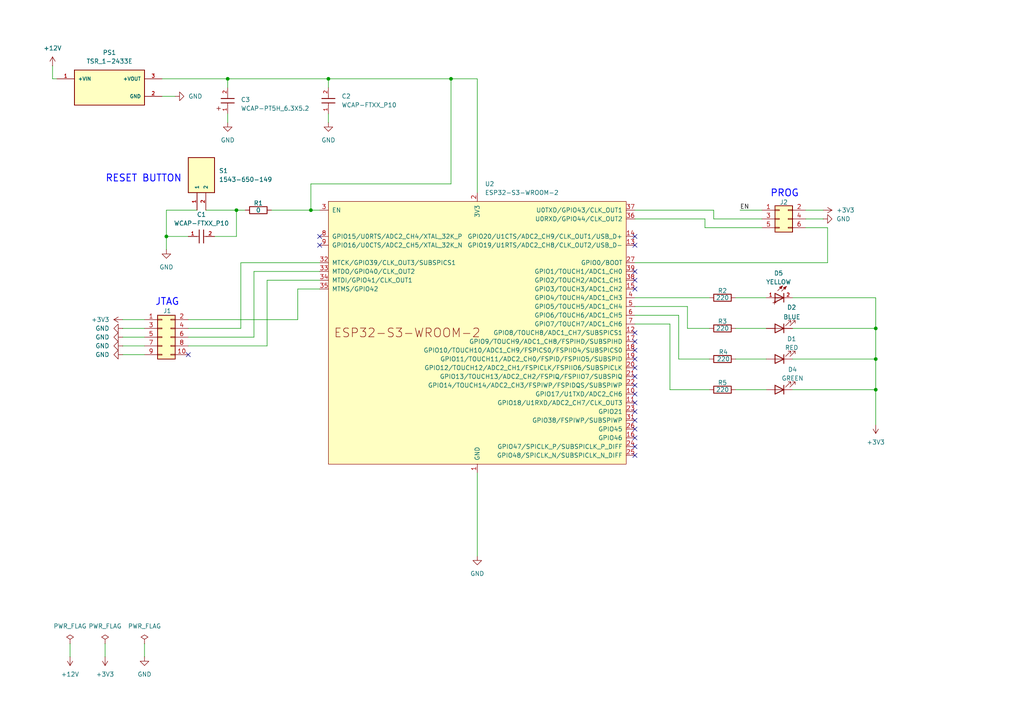
<source format=kicad_sch>
(kicad_sch (version 20231120) (generator "eeschema") (generator_version "8.0")
  (paper "A4")
  (lib_symbols
    (symbol "1543-650-149:1543-650-149" (pin_names (offset 1.016))
      (property "Reference" "S" (at 16.51 7.62 0))
      (property "Value" "1543-650-149" (at 16.51 5.08 0))
      (symbol "1543-650-149_0_0"
        (rectangle (start 5.08 -5.08) (end 15.24 2.54) (stroke (width 0.254)) (fill (type background)))
        (pin bidirectional line (at 0 0 0) (length 5.08) (name "1") (number "1"))
        (pin bidirectional line (at 0 -2.54 0) (length 5.08) (name "2") (number "2"))
      )
    )
    (symbol "Connector_Generic:Conn_02x03_Odd_Even" (pin_names (offset 1.016) hide)
      (property "Reference" "J" (at 1.27 5.08 0))
      (property "Value" "Conn_02x03_Odd_Even" (at 1.27 -5.08 0))
      (symbol "Conn_02x03_Odd_Even_1_1"
        (rectangle (start -1.27 -2.413) (end 0 -2.667) (stroke (width 0.1524)))
        (rectangle (start -1.27 0.127) (end 0 -0.127) (stroke (width 0.1524)))
        (rectangle (start -1.27 2.667) (end 0 2.413) (stroke (width 0.1524)))
        (rectangle (start -1.27 3.81) (end 3.81 -3.81) (stroke (width 0.254)) (fill (type background)))
        (rectangle (start 3.81 -2.413) (end 2.54 -2.667) (stroke (width 0.1524)))
        (rectangle (start 3.81 0.127) (end 2.54 -0.127) (stroke (width 0.1524)))
        (rectangle (start 3.81 2.667) (end 2.54 2.413) (stroke (width 0.1524)))
        (pin passive line (at -5.08 2.54 0) (length 3.81) (name "Pin_1") (number "1"))
        (pin passive line (at 7.62 2.54 180) (length 3.81) (name "Pin_2") (number "2"))
        (pin passive line (at -5.08 0 0) (length 3.81) (name "Pin_3") (number "3"))
        (pin passive line (at 7.62 0 180) (length 3.81) (name "Pin_4") (number "4"))
        (pin passive line (at -5.08 -2.54 0) (length 3.81) (name "Pin_5") (number "5"))
        (pin passive line (at 7.62 -2.54 180) (length 3.81) (name "Pin_6") (number "6"))
      )
    )
    (symbol "Connector_Generic:Conn_02x05_Odd_Even" (pin_names (offset 1.016) hide)
      (property "Reference" "J" (at 1.27 7.62 0))
      (property "Value" "Conn_02x05_Odd_Even" (at 1.27 -7.62 0))
      (symbol "Conn_02x05_Odd_Even_1_1"
        (rectangle (start -1.27 -4.953) (end 0 -5.207) (stroke (width 0.1524)))
        (rectangle (start -1.27 -2.413) (end 0 -2.667) (stroke (width 0.1524)))
        (rectangle (start -1.27 0.127) (end 0 -0.127) (stroke (width 0.1524)))
        (rectangle (start -1.27 2.667) (end 0 2.413) (stroke (width 0.1524)))
        (rectangle (start -1.27 5.207) (end 0 4.953) (stroke (width 0.1524)))
        (rectangle (start -1.27 6.35) (end 3.81 -6.35) (stroke (width 0.254)) (fill (type background)))
        (rectangle (start 3.81 -4.953) (end 2.54 -5.207) (stroke (width 0.1524)))
        (rectangle (start 3.81 -2.413) (end 2.54 -2.667) (stroke (width 0.1524)))
        (rectangle (start 3.81 0.127) (end 2.54 -0.127) (stroke (width 0.1524)))
        (rectangle (start 3.81 2.667) (end 2.54 2.413) (stroke (width 0.1524)))
        (rectangle (start 3.81 5.207) (end 2.54 4.953) (stroke (width 0.1524)))
        (pin passive line (at -5.08 5.08 0) (length 3.81) (name "Pin_1") (number "1"))
        (pin passive line (at 7.62 -5.08 180) (length 3.81) (name "Pin_10") (number "10"))
        (pin passive line (at 7.62 5.08 180) (length 3.81) (name "Pin_2") (number "2"))
        (pin passive line (at -5.08 2.54 0) (length 3.81) (name "Pin_3") (number "3"))
        (pin passive line (at 7.62 2.54 180) (length 3.81) (name "Pin_4") (number "4"))
        (pin passive line (at -5.08 0 0) (length 3.81) (name "Pin_5") (number "5"))
        (pin passive line (at 7.62 0 180) (length 3.81) (name "Pin_6") (number "6"))
        (pin passive line (at -5.08 -2.54 0) (length 3.81) (name "Pin_7") (number "7"))
        (pin passive line (at 7.62 -2.54 180) (length 3.81) (name "Pin_8") (number "8"))
        (pin passive line (at -5.08 -5.08 0) (length 3.81) (name "Pin_9") (number "9"))
      )
    )
    (symbol "Device:LED" (pin_numbers hide) (pin_names (offset 1.016) hide)
      (property "Reference" "D" (at 0 2.54 0))
      (property "Value" "LED" (at 0 -2.54 0))
      (symbol "LED_0_1"
        (polyline (pts (xy -1.27 -1.27) (xy -1.27 1.27)) (stroke (width 0.254)))
        (polyline (pts (xy -1.27 0) (xy 1.27 0)))
        (polyline (pts (xy 1.27 -1.27) (xy 1.27 1.27) (xy -1.27 0) (xy 1.27 -1.27)) (stroke (width 0.254)))
        (polyline (pts (xy -3.048 -0.762) (xy -4.572 -2.286) (xy -3.81 -2.286) (xy -4.572 -2.286) (xy -4.572 -1.524)))
        (polyline (pts (xy -1.778 -0.762) (xy -3.302 -2.286) (xy -2.54 -2.286) (xy -3.302 -2.286) (xy -3.302 -1.524)))
      )
      (symbol "LED_1_1"
        (pin passive line (at -3.81 0 0) (length 2.54) (name "K") (number "1"))
        (pin passive line (at 3.81 0 180) (length 2.54) (name "A") (number "2"))
      )
    )
    (symbol "Device:R" (pin_numbers hide) (pin_names (offset 0))
      (property "Reference" "R" (at 2.032 0 90))
      (property "Value" "R" (at 0 0 90))
      (symbol "R_0_1"
        (rectangle (start -1.016 -2.54) (end 1.016 2.54) (stroke (width 0.254)))
      )
      (symbol "R_1_1"
        (pin passive line (at 0 3.81 270) (length 1.27) (name "~") (number "1"))
        (pin passive line (at 0 -3.81 90) (length 1.27) (name "~") (number "2"))
      )
    )
    (symbol "PCM_Espressif:ESP32-S3-WROOM-2" (pin_names (offset 1.016))
      (property "Reference" "U2" (at 2.1941 43.18 0))
      (property "Value" "ESP32-S3-WROOM-2" (at 2.1941 40.64 0))
      (symbol "ESP32-S3-WROOM-2_0_0"
        (text "ESP32-S3-WROOM-2" (at -20.32 0 0) (effects (font (size 2.54 2.54))))
        (pin power_in line (at 0 -40.64 90) (length 2.54) (name "GND") (number "1"))
        (pin bidirectional line (at 45.72 -17.78 180) (length 2.54) (name "GPIO17/U1TXD/ADC2_CH6") (number "10"))
        (pin bidirectional line (at 45.72 -20.32 180) (length 2.54) (name "GPIO18/U1RXD/ADC2_CH7/CLK_OUT3") (number "11"))
        (pin bidirectional line (at 45.72 0 180) (length 2.54) (name "GPIO8/TOUCH8/ADC1_CH7/SUBSPICS1") (number "12"))
        (pin bidirectional line (at 45.72 25.4 180) (length 2.54) (name "GPIO19/U1RTS/ADC2_CH8/CLK_OUT2/USB_D-") (number "13"))
        (pin bidirectional line (at 45.72 27.94 180) (length 2.54) (name "GPIO20/U1CTS/ADC2_CH9/CLK_OUT1/USB_D+") (number "14"))
        (pin bidirectional line (at 45.72 12.7 180) (length 2.54) (name "GPIO3/TOUCH3/ADC1_CH2") (number "15"))
        (pin bidirectional line (at 45.72 -30.48 180) (length 2.54) (name "GPIO46") (number "16"))
        (pin bidirectional line (at 45.72 -2.54 180) (length 2.54) (name "GPIO9/TOUCH9/ADC1_CH8/FSPIHD/SUBSPIHD") (number "17"))
        (pin bidirectional line (at 45.72 -5.08 180) (length 2.54) (name "GPIO10/TOUCH10/ADC1_CH9/FSPICS0/FSPIIO4/SUBSPICS0") (number "18"))
        (pin bidirectional line (at 45.72 -7.62 180) (length 2.54) (name "GPIO11/TOUCH11/ADC2_CH0/FSPID/FSPIIO5/SUBSPID") (number "19"))
        (pin power_in line (at 0 40.64 270) (length 2.54) (name "3V3") (number "2"))
        (pin bidirectional line (at 45.72 -10.16 180) (length 2.54) (name "GPIO12/TOUCH12/ADC2_CH1/FSPICLK/FSPIIO6/SUBSPICLK") (number "20"))
        (pin bidirectional line (at 45.72 -12.7 180) (length 2.54) (name "GPIO13/TOUCH13/ADC2_CH2/FSPIQ/FSPIIO7/SUBSPIQ") (number "21"))
        (pin bidirectional line (at 45.72 -15.24 180) (length 2.54) (name "GPIO14/TOUCH14/ADC2_CH3/FSPIWP/FSPIDQS/SUBSPIWP") (number "22"))
        (pin bidirectional line (at 45.72 -22.86 180) (length 2.54) (name "GPIO21") (number "23"))
        (pin bidirectional line (at 45.72 -33.02 180) (length 2.54) (name "GPIO47/SPICLK_P/SUBSPICLK_P_DIFF") (number "24"))
        (pin bidirectional line (at 45.72 -35.56 180) (length 2.54) (name "GPIO48/SPICLK_N/SUBSPICLK_N_DIFF") (number "25"))
        (pin bidirectional line (at 45.72 -27.94 180) (length 2.54) (name "GPIO45") (number "26"))
        (pin bidirectional line (at 45.72 20.32 180) (length 2.54) (name "GPIO0/BOOT") (number "27"))
        (pin no_connect line (at -43.18 -35.56 0) (length 2.54) hide (name "NC") (number "28"))
        (pin no_connect line (at -43.18 -33.02 0) (length 2.54) hide (name "NC") (number "29"))
        (pin no_connect line (at -43.18 -30.48 0) (length 2.54) hide (name "NC") (number "30"))
        (pin bidirectional line (at 45.72 -25.4 180) (length 2.54) (name "GPIO38/FSPIWP/SUBSPIWP") (number "31"))
        (pin bidirectional line (at -45.72 20.32 0) (length 2.54) (name "MTCK/GPIO39/CLK_OUT3/SUBSPICS1") (number "32"))
        (pin bidirectional line (at -45.72 17.78 0) (length 2.54) (name "MTDO/GPIO40/CLK_OUT2") (number "33"))
        (pin bidirectional line (at -45.72 15.24 0) (length 2.54) (name "MTDI/GPIO41/CLK_OUT1") (number "34"))
        (pin bidirectional line (at -45.72 12.7 0) (length 2.54) (name "MTMS/GPIO42") (number "35"))
        (pin bidirectional line (at 45.72 33.02 180) (length 2.54) (name "U0RXD/GPIO44/CLK_OUT2") (number "36"))
        (pin bidirectional line (at 45.72 35.56 180) (length 2.54) (name "U0TXD/GPIO43/CLK_OUT1") (number "37"))
        (pin bidirectional line (at 45.72 15.24 180) (length 2.54) (name "GPIO2/TOUCH2/ADC1_CH1") (number "38"))
        (pin bidirectional line (at 45.72 17.78 180) (length 2.54) (name "GPIO1/TOUCH1/ADC1_CH0") (number "39"))
        (pin bidirectional line (at 45.72 10.16 180) (length 2.54) (name "GPIO4/TOUCH4/ADC1_CH3") (number "4"))
        (pin passive line (at 0 -40.64 90) (length 2.54) hide (name "GND") (number "40"))
        (pin passive line (at 0 -40.64 90) (length 2.54) hide (name "GND") (number "41"))
        (pin bidirectional line (at 45.72 7.62 180) (length 2.54) (name "GPIO5/TOUCH5/ADC1_CH4") (number "5"))
        (pin bidirectional line (at 45.72 5.08 180) (length 2.54) (name "GPIO6/TOUCH6/ADC1_CH5") (number "6"))
        (pin bidirectional line (at 45.72 2.54 180) (length 2.54) (name "GPIO7/TOUCH7/ADC1_CH6") (number "7"))
        (pin bidirectional line (at -45.72 27.94 0) (length 2.54) (name "GPIO15/U0RTS/ADC2_CH4/XTAL_32K_P") (number "8"))
        (pin bidirectional line (at -45.72 25.4 0) (length 2.54) (name "GPIO16/U0CTS/ADC2_CH5/XTAL_32K_N") (number "9"))
      )
      (symbol "ESP32-S3-WROOM-2_0_1"
        (rectangle (start -43.18 38.1) (end 43.18 -38.1) (fill (type background)))
      )
      (symbol "ESP32-S3-WROOM-2_1_0"
        (pin input line (at -45.72 35.56 0) (length 2.54) (name "EN") (number "3"))
      )
    )
    (symbol "TSR_1-2433E:TSR_1-2433E" (pin_names (offset 1.016))
      (property "Reference" "PS" (at -10.16 7.62 0))
      (property "Value" "TSR_1-2433E" (at -10.16 -7.62 0))
      (symbol "TSR_1-2433E_0_0"
        (rectangle (start -10.16 -5.08) (end 10.16 5.08) (stroke (width 0.254)) (fill (type background)))
        (pin input line (at -15.24 2.54 0) (length 5.08) (name "+VIN") (number "1"))
        (pin power_in line (at 15.24 -2.54 180) (length 5.08) (name "GND") (number "2"))
        (pin output line (at 15.24 2.54 180) (length 5.08) (name "+VOUT") (number "3"))
      )
    )
    (symbol "WCAP-FTXX_P10:WCAP-FTXX_P10" (pin_names (offset 1.016))
      (property "Reference" "C" (at 1.27 3.302 0))
      (property "Value" "WCAP-FTXX_P10" (at 1.27 -5.08 0))
      (symbol "WCAP-FTXX_P10_0_0"
        (polyline (pts (xy 0 0) (xy 0.6426 0)) (stroke (width 0.1524)))
        (polyline (pts (xy 0.635 -1.905) (xy 0.635 1.905)) (stroke (width 0.254)))
        (polyline (pts (xy 1.905 1.905) (xy 1.905 -1.905)) (stroke (width 0.254)))
        (polyline (pts (xy 1.9279 0) (xy 2.5705 0)) (stroke (width 0.1524)))
        (pin passive line (at -2.54 0 0) (length 2.54) (name "~") (number "1"))
        (pin passive line (at 5.08 0 180) (length 2.54) (name "~") (number "2"))
      )
    )
    (symbol "WCAP-PT5H_6.3X5.2:WCAP-PT5H_6.3X5.2" (pin_names (offset 1.016))
      (property "Reference" "C" (at 1.175 3.38 0))
      (property "Value" "WCAP-PT5H_6.3X5.2" (at 0.915 -5.075 0))
      (symbol "WCAP-PT5H_6.3X5.2_0_0"
        (polyline (pts (xy 0 0) (xy 0.6426 0)) (stroke (width 0.1524)))
        (polyline (pts (xy 0.635 -1.905) (xy 0.635 1.905)) (stroke (width 0.254)))
        (polyline (pts (xy 1.905 1.905) (xy 1.905 -1.905)) (stroke (width 0.254)))
        (polyline (pts (xy 1.9279 0) (xy 2.5705 0)) (stroke (width 0.1524)))
        (text "+" (at 2.54 -1.905 0) (effects (font (size 1.4224 1.4224)) (justify left bottom)))
        (pin passive line (at 5.08 0 180) (length 2.54) (name "~") (number "1"))
        (pin passive line (at -2.54 0 0) (length 2.54) (name "~") (number "2"))
      )
    )
    (symbol "WL-TMRC_3MM:WL-TMRC_3MM" (pin_names (offset 1.016))
      (property "Reference" "D" (at -1.396 4.072 0))
      (property "Value" "WL-TMRC_3MM" (at -1.652 -3.436 0))
      (symbol "WL-TMRC_3MM_0_0"
        (polyline (pts (xy -2.54 -1.27) (xy -2.54 0)) (stroke (width 0.254)))
        (polyline (pts (xy -2.54 -1.27) (xy 0 0)) (stroke (width 0.254)))
        (polyline (pts (xy -2.54 0) (xy -2.54 1.27)) (stroke (width 0.254)))
        (polyline (pts (xy -1.778 2.032) (xy -0.381 3.429)) (stroke (width 0.1524)))
        (polyline (pts (xy -0.635 1.905) (xy 0.762 3.302)) (stroke (width 0.1524)))
        (polyline (pts (xy 0 -1.27) (xy 0 0)) (stroke (width 0.254)))
        (polyline (pts (xy 0 0) (xy -2.54 0)) (stroke (width 0.254)))
        (polyline (pts (xy 0 0) (xy -2.54 1.27)) (stroke (width 0.254)))
        (polyline (pts (xy 0 0) (xy 0 1.27)) (stroke (width 0.254)))
        (polyline (pts (xy -0.381 3.429) (xy -1.27 3.048) (xy -0.762 2.54) (xy -0.381 3.429)) (stroke (width 0.1524)) (fill (type outline)))
        (polyline (pts (xy 0.762 3.302) (xy -0.127 2.921) (xy 0.381 2.413) (xy 0.762 3.302)) (stroke (width 0.1524)) (fill (type outline)))
        (text "+" (at -3.58 -1.34 0) (effects (font (size 1.27 1.27)) (justify left)))
        (pin passive line (at -5.08 0 0) (length 2.54) (name "~") (number "1"))
        (pin passive line (at 2.54 0 180) (length 2.54) (name "~") (number "2"))
      )
    )
    (symbol "power:+12V" (power) (pin_numbers hide) (pin_names (offset 0) hide)
      (property "Value" "+12V" (at 0 3.556 0))
      (symbol "+12V_0_1"
        (polyline (pts (xy -0.762 1.27) (xy 0 2.54)))
        (polyline (pts (xy 0 0) (xy 0 2.54)))
        (polyline (pts (xy 0 2.54) (xy 0.762 1.27)))
      )
      (symbol "+12V_1_1"
        (pin power_in line (at 0 0 90) (length 0) (name "~") (number "1"))
      )
    )
    (symbol "power:+3V3" (power) (pin_numbers hide) (pin_names (offset 0) hide)
      (property "Value" "+3V3" (at 0 3.556 0))
      (symbol "+3V3_0_1"
        (polyline (pts (xy -0.762 1.27) (xy 0 2.54)))
        (polyline (pts (xy 0 0) (xy 0 2.54)))
        (polyline (pts (xy 0 2.54) (xy 0.762 1.27)))
      )
      (symbol "+3V3_1_1"
        (pin power_in line (at 0 0 90) (length 0) (name "~") (number "1"))
      )
    )
    (symbol "power:GND" (power) (pin_numbers hide) (pin_names (offset 0) hide)
      (property "Value" "GND" (at 0 -3.81 0))
      (symbol "GND_0_1"
        (polyline (pts (xy 0 0) (xy 0 -1.27) (xy 1.27 -1.27) (xy 0 -2.54) (xy -1.27 -1.27) (xy 0 -1.27)))
      )
      (symbol "GND_1_1"
        (pin power_in line (at 0 0 270) (length 0) (name "~") (number "1"))
      )
    )
    (symbol "power:PWR_FLAG" (power) (pin_numbers hide) (pin_names (offset 0) hide)
      (property "Value" "PWR_FLAG" (at 0 3.81 0))
      (symbol "PWR_FLAG_0_0"
        (pin power_out line (at 0 0 90) (length 0) (name "~") (number "1"))
      )
      (symbol "PWR_FLAG_0_1"
        (polyline (pts (xy 0 0) (xy 0 1.27) (xy -1.016 1.905) (xy 0 2.54) (xy 1.016 1.905) (xy 0 1.27)))
      )
    )
  )
  (junction (at 66.04 22.86))
  (junction (at 95.25 22.86))
  (junction (at 90.17 60.96))
  (junction (at 68.58 60.96))
  (junction (at 130.81 22.86))
  (junction (at 254 113.03))
  (junction (at 48.26 68.58))
  (junction (at 254 95.25))
  (junction (at 254 104.14))
  (no_connect (at 184.15 129.54))
  (no_connect (at 184.15 81.28))
  (no_connect (at 184.15 78.74))
  (no_connect (at 184.15 124.46))
  (no_connect (at 184.15 111.76))
  (no_connect (at 184.15 101.6))
  (no_connect (at 184.15 96.52))
  (no_connect (at 184.15 71.12))
  (no_connect (at 184.15 106.68))
  (no_connect (at 184.15 132.08))
  (no_connect (at 184.15 83.82))
  (no_connect (at 184.15 119.38))
  (no_connect (at 184.15 121.92))
  (no_connect (at 184.15 68.58))
  (no_connect (at 184.15 104.14))
  (no_connect (at 184.15 109.22))
  (no_connect (at 92.71 68.58))
  (no_connect (at 184.15 116.84))
  (no_connect (at 184.15 114.3))
  (no_connect (at 184.15 127))
  (no_connect (at 92.71 71.12))
  (no_connect (at 54.61 102.87))
  (no_connect (at 184.15 99.06))
  (wire (pts (xy 68.58 60.96) (xy 71.12 60.96)))
  (wire (pts (xy 35.56 92.71) (xy 41.91 92.71)))
  (wire (pts (xy 77.47 81.28) (xy 77.47 100.33)))
  (wire (pts (xy 213.36 104.14) (xy 222.25 104.14)))
  (wire (pts (xy 207.01 60.96) (xy 207.01 63.5)))
  (wire (pts (xy 95.25 22.86) (xy 95.25 25.4)))
  (wire (pts (xy 184.15 63.5) (xy 204.47 63.5)))
  (wire (pts (xy 57.15 60.96) (xy 48.26 60.96)))
  (wire (pts (xy 213.36 86.36) (xy 222.25 86.36)))
  (wire (pts (xy 184.15 91.44) (xy 196.85 91.44)))
  (wire (pts (xy 184.15 88.9) (xy 199.39 88.9)))
  (wire (pts (xy 229.87 86.36) (xy 254 86.36)))
  (wire (pts (xy 46.99 22.86) (xy 66.04 22.86)))
  (wire (pts (xy 95.25 33.02) (xy 95.25 35.56)))
  (wire (pts (xy 240.03 76.2) (xy 240.03 66.04)))
  (wire (pts (xy 66.04 22.86) (xy 66.04 25.4)))
  (wire (pts (xy 73.66 97.79) (xy 54.61 97.79)))
  (wire (pts (xy 90.17 60.96) (xy 92.71 60.96)))
  (wire (pts (xy 254 86.36) (xy 254 95.25)))
  (wire (pts (xy 92.71 76.2) (xy 69.85 76.2)))
  (wire (pts (xy 229.87 113.03) (xy 254 113.03)))
  (wire (pts (xy 35.56 95.25) (xy 41.91 95.25)))
  (wire (pts (xy 130.81 53.34) (xy 90.17 53.34)))
  (wire (pts (xy 184.15 60.96) (xy 207.01 60.96)))
  (wire (pts (xy 48.26 60.96) (xy 48.26 68.58)))
  (wire (pts (xy 92.71 83.82) (xy 86.36 83.82)))
  (wire (pts (xy 66.04 22.86) (xy 95.25 22.86)))
  (wire (pts (xy 92.71 78.74) (xy 73.66 78.74)))
  (wire (pts (xy 254 104.14) (xy 254 95.25)))
  (wire (pts (xy 254 95.25) (xy 229.87 95.25)))
  (wire (pts (xy 86.36 92.71) (xy 54.61 92.71)))
  (wire (pts (xy 90.17 53.34) (xy 90.17 60.96)))
  (wire (pts (xy 66.04 33.02) (xy 66.04 35.56)))
  (wire (pts (xy 138.43 22.86) (xy 138.43 55.88)))
  (wire (pts (xy 184.15 76.2) (xy 240.03 76.2)))
  (wire (pts (xy 69.85 76.2) (xy 69.85 95.25)))
  (wire (pts (xy 233.68 63.5) (xy 238.76 63.5)))
  (wire (pts (xy 59.69 60.96) (xy 68.58 60.96)))
  (wire (pts (xy 48.26 68.58) (xy 48.26 72.39)))
  (wire (pts (xy 138.43 137.16) (xy 138.43 161.29)))
  (wire (pts (xy 77.47 100.33) (xy 54.61 100.33)))
  (wire (pts (xy 73.66 78.74) (xy 73.66 97.79)))
  (wire (pts (xy 196.85 91.44) (xy 196.85 104.14)))
  (wire (pts (xy 35.56 102.87) (xy 41.91 102.87)))
  (wire (pts (xy 35.56 97.79) (xy 41.91 97.79)))
  (wire (pts (xy 130.81 22.86) (xy 130.81 53.34)))
  (wire (pts (xy 86.36 83.82) (xy 86.36 92.71)))
  (wire (pts (xy 214.63 60.96) (xy 220.98 60.96)))
  (wire (pts (xy 15.24 22.86) (xy 15.24 19.05)))
  (wire (pts (xy 92.71 81.28) (xy 77.47 81.28)))
  (wire (pts (xy 15.24 22.86) (xy 16.51 22.86)))
  (wire (pts (xy 194.31 113.03) (xy 205.74 113.03)))
  (wire (pts (xy 95.25 22.86) (xy 130.81 22.86)))
  (wire (pts (xy 78.74 60.96) (xy 90.17 60.96)))
  (wire (pts (xy 184.15 86.36) (xy 205.74 86.36)))
  (wire (pts (xy 196.85 104.14) (xy 205.74 104.14)))
  (wire (pts (xy 240.03 66.04) (xy 233.68 66.04)))
  (wire (pts (xy 233.68 60.96) (xy 238.76 60.96)))
  (wire (pts (xy 20.32 186.69) (xy 20.32 190.5)))
  (wire (pts (xy 30.48 186.69) (xy 30.48 190.5)))
  (wire (pts (xy 204.47 66.04) (xy 220.98 66.04)))
  (wire (pts (xy 254 113.03) (xy 254 104.14)))
  (wire (pts (xy 35.56 100.33) (xy 41.91 100.33)))
  (wire (pts (xy 68.58 68.58) (xy 68.58 60.96)))
  (wire (pts (xy 254 113.03) (xy 254 123.19)))
  (wire (pts (xy 69.85 95.25) (xy 54.61 95.25)))
  (wire (pts (xy 213.36 95.25) (xy 222.25 95.25)))
  (wire (pts (xy 229.87 104.14) (xy 254 104.14)))
  (wire (pts (xy 46.99 27.94) (xy 50.8 27.94)))
  (wire (pts (xy 204.47 63.5) (xy 204.47 66.04)))
  (wire (pts (xy 199.39 88.9) (xy 199.39 95.25)))
  (wire (pts (xy 207.01 63.5) (xy 220.98 63.5)))
  (wire (pts (xy 184.15 93.98) (xy 194.31 93.98)))
  (wire (pts (xy 130.81 22.86) (xy 138.43 22.86)))
  (wire (pts (xy 62.23 68.58) (xy 68.58 68.58)))
  (wire (pts (xy 213.36 113.03) (xy 222.25 113.03)))
  (wire (pts (xy 194.31 93.98) (xy 194.31 113.03)))
  (wire (pts (xy 48.26 68.58) (xy 54.61 68.58)))
  (wire (pts (xy 41.91 186.69) (xy 41.91 190.5)))
  (wire (pts (xy 199.39 95.25) (xy 205.74 95.25)))
  (text "RESET BUTTON" (at 41.656 51.816 0) (effects (font (size 2 2) (thickness 0.254) (bold yes))))
  (text "PROG" (at 227.584 56.134 0) (effects (font (size 2 2) (thickness 0.254) (bold yes))))
  (text "JTAG\n" (at 48.514 87.63 0) (effects (font (size 2 2) (thickness 0.254) (bold yes))))
  (label "EN" (at 214.63 60.96 0))
  (symbol (lib_id "Device:LED") (at 226.06 95.25 180) (unit 1)
    (property "Reference" "D2" (at 229.616 89.154 0))
    (property "Value" "BLUE" (at 229.6795 91.948 0))
    (property "Footprint" "Footprints:WL-TMRW_3MM" (effects (hide yes)))
    (property "Description" "Light emitting diode" (effects (hide yes)))
  )
  (symbol (lib_id "Device:R") (at 209.55 104.14 90) (unit 1)
    (property "Reference" "R4" (at 209.804 102.108 90))
    (property "Value" "220" (at 209.804 104.14 90))
    (property "Footprint" "Resistor_THT:R_Axial_DIN0617_L17.0mm_D6.0mm_P20.32mm_Horizontal" (effects (hide yes)))
    (property "Description" "Resistor" (effects (hide yes)))
  )
  (symbol (lib_id "Device:R") (at 209.55 113.03 90) (unit 1)
    (property "Reference" "R5" (at 209.55 110.998 90))
    (property "Value" "220" (at 209.55 113.03 90))
    (property "Footprint" "Resistor_THT:R_Axial_DIN0617_L17.0mm_D6.0mm_P20.32mm_Horizontal" (effects (hide yes)))
    (property "Description" "Resistor" (effects (hide yes)))
  )
  (symbol (lib_id "power:GND") (at 48.26 72.39 0) (unit 1)
    (property "Reference" "#PWR04" (effects (hide yes)))
    (property "Value" "GND" (at 48.26 77.47 0))
    (property "Description" "Power symbol creates a global label with name \"GND\" , ground" (effects (hide yes)))
  )
  (symbol (lib_id "TSR_1-2433E:TSR_1-2433E") (at 31.75 25.4 0) (unit 1)
    (property "Reference" "PS1" (at 31.75 15.24 0))
    (property "Value" "TSR_1-2433E" (at 31.75 17.78 0))
    (property "Footprint" "Footprints:CONV_TSR_1-2433E" (effects (hide yes)))
    (property "MF" "Traco Power" (effects (hide yes)))
    (property "MAXIMUM_PACKAGE_HEIGHT" "10.2mm" (effects (hide yes)))
    (property "Package" "NON STANDARD-3 Traco Power" (effects (hide yes)))
    (property "Price" "None" (effects (hide yes)))
    (property "Check_prices" "https://www.snapeda.com/parts/TSR%201-2433E/Traco+Power/view-part/?ref=eda" (effects (hide yes)))
    (property "STANDARD" "Manufacturer Recommendations" (effects (hide yes)))
    (property "PARTREV" "May 25, 2020" (effects (hide yes)))
    (property "SnapEDA_Link" "https://www.snapeda.com/parts/TSR%201-2433E/Traco+Power/view-part/?ref=snap" (effects (hide yes)))
    (property "MP" "TSR 1-2433E" (effects (hide yes)))
    (property "Purchase-URL" "https://www.snapeda.com/api/url_track_click_mouser/?unipart_id=4816991&manufacturer=Traco Power&part_name=TSR 1-2433E&search_term=tsr1-2433" (effects (hide yes)))
    (property "Description_1" "\n1 Amp POL converter, industrial, wide input range, pos.-pos. circuit, cost efficient, LM78 compatible, SIP-3\n" (effects (hide yes)))
    (property "Availability" "In Stock" (effects (hide yes)))
    (property "MANUFACTURER" "Traco Power" (effects (hide yes)))
  )
  (symbol (lib_id "power:GND") (at 41.91 190.5 0) (unit 1)
    (property "Reference" "#PWR07" (effects (hide yes)))
    (property "Value" "GND" (at 41.91 195.58 0))
    (property "Description" "Power symbol creates a global label with name \"GND\" , ground" (effects (hide yes)))
  )
  (symbol (lib_id "power:GND") (at 35.56 102.87 270) (unit 1)
    (property "Reference" "#PWR011" (effects (hide yes)))
    (property "Value" "GND" (at 31.75 102.8699 90) (effects (justify right)))
    (property "Description" "Power symbol creates a global label with name \"GND\" , ground" (effects (hide yes)))
  )
  (symbol (lib_id "power:GND") (at 50.8 27.94 90) (unit 1)
    (property "Reference" "#PWR02" (effects (hide yes)))
    (property "Value" "GND" (at 54.61 27.9399 90) (effects (justify right)))
    (property "Description" "Power symbol creates a global label with name \"GND\" , ground" (effects (hide yes)))
  )
  (symbol (lib_id "1543-650-149:1543-650-149") (at 57.15 60.96 90) (unit 1)
    (property "Reference" "S1" (at 63.5 49.5299 90) (effects (justify right)))
    (property "Value" "1543-650-149" (at 63.5 52.0699 90) (effects (justify right)))
    (property "Footprint" "Footprints:1543650149" (effects (hide yes)))
    (property "MANUFACTURER_NAME" "Bourns" (effects (hide yes)))
    (property "MF" "Bourns" (effects (hide yes)))
    (property "MOUSER_PRICE-STOCK" "https://www.mouser.co.uk/ProductDetail/Bourns/1543-650-149?qs=2f2kQrcl%2FoiIszYh%252BBIYwA%3D%3D" (effects (hide yes)))
    (property "DESCRIPTION" "Pushbutton Switches Push Switch" (effects (hide yes)))
    (property "MOUSER_PART_NUMBER" "652-1543-650-149" (effects (hide yes)))
    (property "Price" "None" (effects (hide yes)))
    (property "Package" "None" (effects (hide yes)))
    (property "Check_prices" "https://www.snapeda.com/parts/1543-650-149/Bourns/view-part/?ref=eda" (effects (hide yes)))
    (property "HEIGHT" "15.1mm" (effects (hide yes)))
    (property "MP" "1543-650-149" (effects (hide yes)))
    (property "SnapEDA_Link" "https://www.snapeda.com/parts/1543-650-149/Bourns/view-part/?ref=snap" (effects (hide yes)))
    (property "ARROW_PRICE-STOCK" "https://www.arrow.com/en/products/1543-650-149/bourns" (effects (hide yes)))
    (property "ARROW_PART_NUMBER" "1543-650-149" (effects (hide yes)))
    (property "Purchase-URL" "https://www.snapeda.com/api/url_track_click_mouser/?unipart_id=2633736&manufacturer=Bourns&part_name=1543-650-149&search_term=1543-650-149" (effects (hide yes)))
    (property "Description_1" "\nSwitch Push Button SPST Round Plunger 0.01A 24VAC 24VDC PC Pins Thru-Hole\n" (effects (hide yes)))
    (property "Availability" "In Stock" (effects (hide yes)))
    (property "MANUFACTURER_PART_NUMBER" "1543-650-149" (effects (hide yes)))
  )
  (symbol (lib_id "power:+3V3") (at 35.56 92.71 90) (unit 1)
    (property "Reference" "#PWR015" (effects (hide yes)))
    (property "Value" "+3V3" (at 31.75 92.7099 90) (effects (justify left)))
    (property "Description" "Power symbol creates a global label with name \"+3V3\"" (effects (hide yes)))
  )
  (symbol (lib_id "power:+12V") (at 15.24 19.05 0) (unit 1)
    (property "Reference" "#PWR01" (effects (hide yes)))
    (property "Value" "+12V" (at 15.24 13.97 0))
    (property "Description" "Power symbol creates a global label with name \"+12V\"" (effects (hide yes)))
  )
  (symbol (lib_id "WCAP-FTXX_P10:WCAP-FTXX_P10") (at 95.25 30.48 90) (unit 1)
    (property "Reference" "C2" (at 99.06 27.9246 90) (effects (justify right)))
    (property "Value" "WCAP-FTXX_P10" (at 99.06 30.4646 90) (effects (justify right)))
    (property "Footprint" "Footprints:WCAP-FTXX_P10L13W7H13" (effects (hide yes)))
    (property "MF" "Würth Elektronik" (effects (hide yes)))
    (property "Description_1" "\n0.1 µF Film Capacitor 310V Polypropylene (PP), Metallized Radial\n" (effects (hide yes)))
    (property "Package" "Radial Würth Elektronik" (effects (hide yes)))
    (property "Price" "None" (effects (hide yes)))
    (property "SnapEDA_Link" "https://www.snapeda.com/parts/890334023023/Wurth+Elektronik/view-part/?ref=snap" (effects (hide yes)))
    (property "MP" "890334023023" (effects (hide yes)))
    (property "Purchase-URL" "https://www.snapeda.com/api/url_track_click_mouser/?unipart_id=4796037&manufacturer=Würth Elektronik&part_name=890334023023&search_term=890334023023" (effects (hide yes)))
    (property "Availability" "In Stock" (effects (hide yes)))
    (property "Check_prices" "https://www.snapeda.com/parts/890334023023/Wurth+Elektronik/view-part/?ref=eda" (effects (hide yes)))
  )
  (symbol (lib_id "power:GND") (at 66.04 35.56 0) (unit 1)
    (property "Reference" "#PWR09" (effects (hide yes)))
    (property "Value" "GND" (at 66.04 40.64 0))
    (property "Description" "Power symbol creates a global label with name \"GND\" , ground" (effects (hide yes)))
  )
  (symbol (lib_id "Connector_Generic:Conn_02x05_Odd_Even") (at 46.99 97.79 0) (unit 1)
    (property "Reference" "J1" (at 48.514 90.17 0))
    (property "Value" "Conn_02x05_Odd_Even" (effects (hide yes)))
    (property "Footprint" "Footprints:61201021621" (effects (hide yes)))
    (property "Description" "Generic connector, double row, 02x05, odd/even pin numbering scheme (row 1 odd numbers, row 2 even numbers), script generated (kicad-library-utils/schlib/autogen/connector/)" (effects (hide yes)))
  )
  (symbol (lib_id "power:+3V3") (at 30.48 190.5 180) (unit 1)
    (property "Reference" "#PWR06" (effects (hide yes)))
    (property "Value" "+3V3" (at 30.48 195.58 0))
    (property "Description" "Power symbol creates a global label with name \"+3V3\"" (effects (hide yes)))
  )
  (symbol (lib_id "PCM_Espressif:ESP32-S3-WROOM-2") (at 138.43 96.52 0) (unit 1)
    (property "Reference" "U2" (at 140.6241 53.34 0) (effects (justify left)))
    (property "Value" "ESP32-S3-WROOM-2" (at 140.6241 55.88 0) (effects (justify left)))
    (property "Footprint" "Footprints:ESP32-S3-WROOM-2_NEW" (effects (hide yes)))
    (property "Datasheet" "https://www.espressif.com/sites/default/files/documentation/esp32-s3-wroom-2_datasheet_en.pdf" (effects (hide yes)))
    (property "Description" "2.4 GHz WiFi (802.11 b/g/n) and Bluetooth ® 5 (LE) module Built around ESP32S3 series of SoCs, Xtensa ® dualcore 32bit LX7 microprocessor Flash up to 16 MB, PSRAM up to 8 MB 36 GPIOs, rich set of peripherals Onboard PCB antenna" (effects (hide yes)))
  )
  (symbol (lib_id "power:GND") (at 138.43 161.29 0) (unit 1)
    (property "Reference" "#PWR03" (effects (hide yes)))
    (property "Value" "GND" (at 138.43 166.37 0))
    (property "Description" "Power symbol creates a global label with name \"GND\" , ground" (effects (hide yes)))
  )
  (symbol (lib_id "WCAP-PT5H_6.3X5.2:WCAP-PT5H_6.3X5.2") (at 66.04 27.94 270) (unit 1)
    (property "Reference" "C3" (at 69.85 28.9068 90) (effects (justify left)))
    (property "Value" "WCAP-PT5H_6.3X5.2" (at 69.85 31.4468 90) (effects (justify left)))
    (property "Footprint" "Footprints:WCAP-PT5H_6.3X5.2_DXL_" (effects (hide yes)))
    (property "MF" "Wurth Elektronik" (effects (hide yes)))
    (property "Description_1" "PTED052220M035DSPA4E000; THT Radial; 22 µF ± 20%; 35 V(DC); 5000 h; -55°C / +105°C; size DxL 6.3 x 5.2; pitch 2.5; Pin Ø 0.6; ESR 35 mΩ; Max. Iripple 2600 mA @100 kHz; LC 300 µA; DF 12%" (effects (hide yes)))
    (property "Package" "None" (effects (hide yes)))
    (property "Price" "None" (effects (hide yes)))
    (property "SnapEDA_Link" "https://www.snapeda.com/parts/870235673001/Wurth+Elektronik/view-part/?ref=snap" (effects (hide yes)))
    (property "MP" "870235673001" (effects (hide yes)))
    (property "Purchase-URL" "https://www.snapeda.com/api/url_track_click_mouser/?unipart_id=13837006&manufacturer=Wurth Elektronik&part_name=870235673001&search_term=870235673001" (effects (hide yes)))
    (property "Availability" "In Stock" (effects (hide yes)))
    (property "Check_prices" "https://www.snapeda.com/parts/870235673001/Wurth+Elektronik/view-part/?ref=eda" (effects (hide yes)))
  )
  (symbol (lib_id "power:PWR_FLAG") (at 20.32 186.69 0) (unit 1)
    (property "Reference" "#FLG01" (effects (hide yes)))
    (property "Value" "PWR_FLAG" (at 20.32 181.61 0))
    (property "Description" "Special symbol for telling ERC where power comes from" (effects (hide yes)))
  )
  (symbol (lib_id "power:+3V3") (at 238.76 60.96 270) (unit 1)
    (property "Reference" "#PWR016" (effects (hide yes)))
    (property "Value" "+3V3" (at 242.57 60.9599 90) (effects (justify left)))
    (property "Description" "Power symbol creates a global label with name \"+3V3\"" (effects (hide yes)))
  )
  (symbol (lib_id "WL-TMRC_3MM:WL-TMRC_3MM") (at 227.33 86.36 0) (unit 1)
    (property "Reference" "D5" (at 225.806 79.248 0))
    (property "Value" "YELLOW" (at 225.806 81.788 0))
    (property "Footprint" "Footprints:WL-TMRC_3MM" (effects (hide yes)))
    (property "MF" "Wurth Electronics" (effects (hide yes)))
    (property "Description_1" "3mm Yellow Typ (@20mA) 590nm, 30mcd, 2.2V, 60° GaAsP/GaP" (effects (hide yes)))
    (property "Package" "Radial Würth Elektronik" (effects (hide yes)))
    (property "Price" "None" (effects (hide yes)))
    (property "SnapEDA_Link" "https://www.snapeda.com/parts/151031YS05900/Wurth+Electronics/view-part/?ref=snap" (effects (hide yes)))
    (property "MP" "151031YS05900" (effects (hide yes)))
    (property "Purchase-URL" "https://www.snapeda.com/api/url_track_click_mouser/?unipart_id=609308&manufacturer=Wurth Electronics&part_name=151031YS05900&search_term=151031ys05900" (effects (hide yes)))
    (property "Availability" "In Stock" (effects (hide yes)))
    (property "Check_prices" "https://www.snapeda.com/parts/151031YS05900/Wurth+Electronics/view-part/?ref=eda" (effects (hide yes)))
  )
  (symbol (lib_id "power:GND") (at 238.76 63.5 90) (unit 1)
    (property "Reference" "#PWR017" (effects (hide yes)))
    (property "Value" "GND" (at 242.57 63.4999 90) (effects (justify right)))
    (property "Description" "Power symbol creates a global label with name \"GND\" , ground" (effects (hide yes)))
  )
  (symbol (lib_id "Device:LED") (at 226.06 113.03 180) (unit 1)
    (property "Reference" "D4" (at 229.87 107.188 0))
    (property "Value" "GREEN" (at 229.87 109.728 0))
    (property "Footprint" "Footprints:WL-TMRC_3MM" (effects (hide yes)))
    (property "Description" "Light emitting diode" (effects (hide yes)))
  )
  (symbol (lib_id "Connector_Generic:Conn_02x03_Odd_Even") (at 226.06 63.5 0) (unit 1)
    (property "Reference" "J2" (at 227.33 58.674 0))
    (property "Value" "Conn_02x03_Odd_Even" (effects (hide yes)))
    (property "Footprint" "Footprints:61200621621" (effects (hide yes)))
    (property "Description" "Generic connector, double row, 02x03, odd/even pin numbering scheme (row 1 odd numbers, row 2 even numbers), script generated (kicad-library-utils/schlib/autogen/connector/)" (effects (hide yes)))
  )
  (symbol (lib_id "Device:LED") (at 226.06 104.14 180) (unit 1)
    (property "Reference" "D1" (at 229.616 98.298 0))
    (property "Value" "RED" (at 229.616 100.838 0))
    (property "Footprint" "Footprints:WL-TMRW_3MM" (effects (hide yes)))
    (property "Description" "Light emitting diode" (effects (hide yes)))
  )
  (symbol (lib_id "power:+12V") (at 20.32 190.5 180) (unit 1)
    (property "Reference" "#PWR05" (effects (hide yes)))
    (property "Value" "+12V" (at 20.32 195.58 0))
    (property "Description" "Power symbol creates a global label with name \"+12V\"" (effects (hide yes)))
  )
  (symbol (lib_id "Device:R") (at 74.93 60.96 90) (unit 1)
    (property "Reference" "R1" (at 74.93 58.928 90))
    (property "Value" "0" (at 74.93 60.96 90))
    (property "Footprint" "Resistor_THT:R_Axial_DIN0207_L6.3mm_D2.5mm_P10.16mm_Horizontal" (effects (hide yes)))
    (property "Description" "Resistor" (effects (hide yes)))
  )
  (symbol (lib_id "power:+3V3") (at 254 123.19 180) (unit 1)
    (property "Reference" "#PWR010" (effects (hide yes)))
    (property "Value" "+3V3" (at 254 128.27 0))
    (property "Description" "Power symbol creates a global label with name \"+3V3\"" (effects (hide yes)))
  )
  (symbol (lib_id "power:GND") (at 35.56 95.25 270) (unit 1)
    (property "Reference" "#PWR012" (effects (hide yes)))
    (property "Value" "GND" (at 31.75 95.2499 90) (effects (justify right)))
    (property "Description" "Power symbol creates a global label with name \"GND\" , ground" (effects (hide yes)))
  )
  (symbol (lib_id "WCAP-FTXX_P10:WCAP-FTXX_P10") (at 57.15 68.58 0) (unit 1)
    (property "Reference" "C1" (at 58.4352 62.23 0))
    (property "Value" "WCAP-FTXX_P10" (at 58.4352 64.77 0))
    (property "Footprint" "Footprints:WCAP-FTXX_P10L13W7H13" (effects (hide yes)))
    (property "MF" "Würth Elektronik" (effects (hide yes)))
    (property "Description_1" "\n0.1 µF Film Capacitor 310V Polypropylene (PP), Metallized Radial\n" (effects (hide yes)))
    (property "Package" "Radial Würth Elektronik" (effects (hide yes)))
    (property "Price" "None" (effects (hide yes)))
    (property "SnapEDA_Link" "https://www.snapeda.com/parts/890334023023/Wurth+Elektronik/view-part/?ref=snap" (effects (hide yes)))
    (property "MP" "890334023023" (effects (hide yes)))
    (property "Purchase-URL" "https://www.snapeda.com/api/url_track_click_mouser/?unipart_id=4796037&manufacturer=Würth Elektronik&part_name=890334023023&search_term=890334023023" (effects (hide yes)))
    (property "Availability" "In Stock" (effects (hide yes)))
    (property "Check_prices" "https://www.snapeda.com/parts/890334023023/Wurth+Elektronik/view-part/?ref=eda" (effects (hide yes)))
  )
  (symbol (lib_id "power:GND") (at 35.56 97.79 270) (unit 1)
    (property "Reference" "#PWR013" (effects (hide yes)))
    (property "Value" "GND" (at 31.75 97.7899 90) (effects (justify right)))
    (property "Description" "Power symbol creates a global label with name \"GND\" , ground" (effects (hide yes)))
  )
  (symbol (lib_id "Device:R") (at 209.55 86.36 90) (unit 1)
    (property "Reference" "R2" (at 209.55 84.328 90))
    (property "Value" "220" (at 209.55 86.36 90))
    (property "Footprint" "Resistor_THT:R_Axial_DIN0617_L17.0mm_D6.0mm_P20.32mm_Horizontal" (effects (hide yes)))
    (property "Description" "Resistor" (effects (hide yes)))
  )
  (symbol (lib_id "power:PWR_FLAG") (at 41.91 186.69 0) (unit 1)
    (property "Reference" "#FLG03" (effects (hide yes)))
    (property "Value" "PWR_FLAG" (at 41.91 181.61 0))
    (property "Description" "Special symbol for telling ERC where power comes from" (effects (hide yes)))
  )
  (symbol (lib_id "power:GND") (at 95.25 35.56 0) (unit 1)
    (property "Reference" "#PWR08" (effects (hide yes)))
    (property "Value" "GND" (at 95.25 40.64 0))
    (property "Description" "Power symbol creates a global label with name \"GND\" , ground" (effects (hide yes)))
  )
  (symbol (lib_id "Device:R") (at 209.55 95.25 270) (unit 1)
    (property "Reference" "R3" (at 209.55 93.218 90))
    (property "Value" "220" (at 209.55 95.25 90))
    (property "Footprint" "Resistor_THT:R_Axial_DIN0617_L17.0mm_D6.0mm_P20.32mm_Horizontal" (effects (hide yes)))
    (property "Description" "Resistor" (effects (hide yes)))
  )
  (symbol (lib_id "power:GND") (at 35.56 100.33 270) (unit 1)
    (property "Reference" "#PWR014" (effects (hide yes)))
    (property "Value" "GND" (at 31.75 100.3299 90) (effects (justify right)))
    (property "Description" "Power symbol creates a global label with name \"GND\" , ground" (effects (hide yes)))
  )
  (symbol (lib_id "power:PWR_FLAG") (at 30.48 186.69 0) (unit 1)
    (property "Reference" "#FLG02" (effects (hide yes)))
    (property "Value" "PWR_FLAG" (at 30.48 181.61 0))
    (property "Description" "Special symbol for telling ERC where power comes from" (effects (hide yes)))
  )
)
</source>
